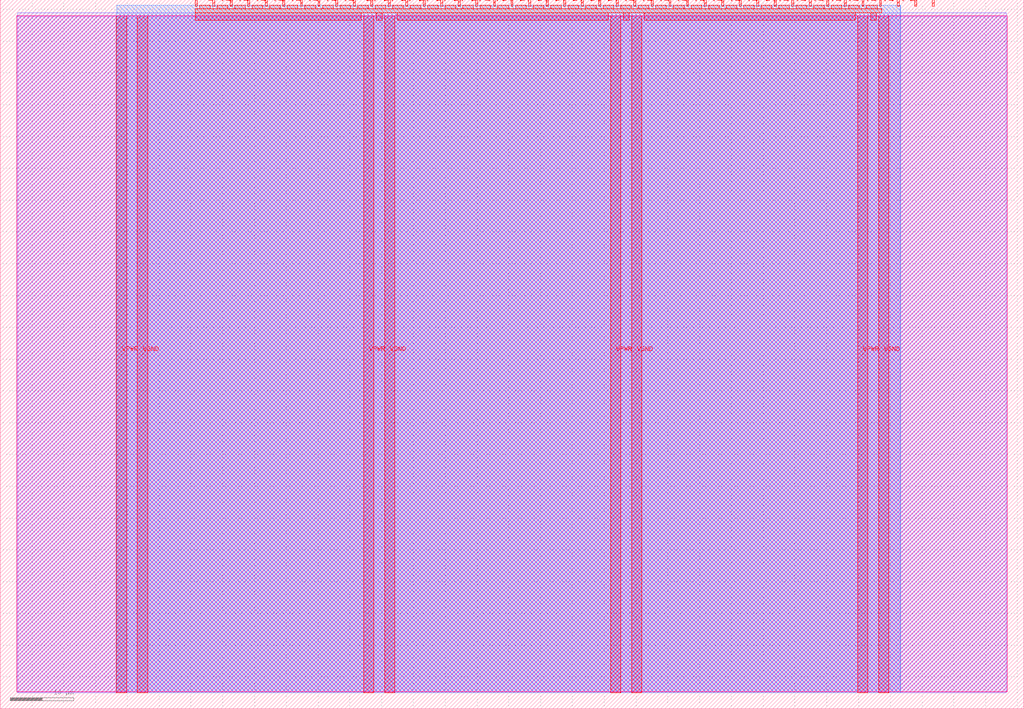
<source format=lef>
VERSION 5.7 ;
  NOWIREEXTENSIONATPIN ON ;
  DIVIDERCHAR "/" ;
  BUSBITCHARS "[]" ;
MACRO tt_um_wokwi_445163720250008577
  CLASS BLOCK ;
  FOREIGN tt_um_wokwi_445163720250008577 ;
  ORIGIN 0.000 0.000 ;
  SIZE 161.000 BY 111.520 ;
  PIN VGND
    DIRECTION INOUT ;
    USE GROUND ;
    PORT
      LAYER met4 ;
        RECT 21.580 2.480 23.180 109.040 ;
    END
    PORT
      LAYER met4 ;
        RECT 60.450 2.480 62.050 109.040 ;
    END
    PORT
      LAYER met4 ;
        RECT 99.320 2.480 100.920 109.040 ;
    END
    PORT
      LAYER met4 ;
        RECT 138.190 2.480 139.790 109.040 ;
    END
  END VGND
  PIN VPWR
    DIRECTION INOUT ;
    USE POWER ;
    PORT
      LAYER met4 ;
        RECT 18.280 2.480 19.880 109.040 ;
    END
    PORT
      LAYER met4 ;
        RECT 57.150 2.480 58.750 109.040 ;
    END
    PORT
      LAYER met4 ;
        RECT 96.020 2.480 97.620 109.040 ;
    END
    PORT
      LAYER met4 ;
        RECT 134.890 2.480 136.490 109.040 ;
    END
  END VPWR
  PIN clk
    DIRECTION INPUT ;
    USE SIGNAL ;
    PORT
      LAYER met4 ;
        RECT 143.830 110.520 144.130 111.520 ;
    END
  END clk
  PIN ena
    DIRECTION INPUT ;
    USE SIGNAL ;
    PORT
      LAYER met4 ;
        RECT 146.590 110.520 146.890 111.520 ;
    END
  END ena
  PIN rst_n
    DIRECTION INPUT ;
    USE SIGNAL ;
    PORT
      LAYER met4 ;
        RECT 141.070 110.520 141.370 111.520 ;
    END
  END rst_n
  PIN ui_in[0]
    DIRECTION INPUT ;
    USE SIGNAL ;
    ANTENNAGATEAREA 0.196500 ;
    PORT
      LAYER met4 ;
        RECT 138.310 110.520 138.610 111.520 ;
    END
  END ui_in[0]
  PIN ui_in[1]
    DIRECTION INPUT ;
    USE SIGNAL ;
    ANTENNAGATEAREA 0.196500 ;
    PORT
      LAYER met4 ;
        RECT 135.550 110.520 135.850 111.520 ;
    END
  END ui_in[1]
  PIN ui_in[2]
    DIRECTION INPUT ;
    USE SIGNAL ;
    ANTENNAGATEAREA 0.196500 ;
    PORT
      LAYER met4 ;
        RECT 132.790 110.520 133.090 111.520 ;
    END
  END ui_in[2]
  PIN ui_in[3]
    DIRECTION INPUT ;
    USE SIGNAL ;
    ANTENNAGATEAREA 0.196500 ;
    PORT
      LAYER met4 ;
        RECT 130.030 110.520 130.330 111.520 ;
    END
  END ui_in[3]
  PIN ui_in[4]
    DIRECTION INPUT ;
    USE SIGNAL ;
    ANTENNAGATEAREA 0.196500 ;
    PORT
      LAYER met4 ;
        RECT 127.270 110.520 127.570 111.520 ;
    END
  END ui_in[4]
  PIN ui_in[5]
    DIRECTION INPUT ;
    USE SIGNAL ;
    ANTENNAGATEAREA 0.196500 ;
    PORT
      LAYER met4 ;
        RECT 124.510 110.520 124.810 111.520 ;
    END
  END ui_in[5]
  PIN ui_in[6]
    DIRECTION INPUT ;
    USE SIGNAL ;
    ANTENNAGATEAREA 0.196500 ;
    PORT
      LAYER met4 ;
        RECT 121.750 110.520 122.050 111.520 ;
    END
  END ui_in[6]
  PIN ui_in[7]
    DIRECTION INPUT ;
    USE SIGNAL ;
    ANTENNAGATEAREA 0.196500 ;
    PORT
      LAYER met4 ;
        RECT 118.990 110.520 119.290 111.520 ;
    END
  END ui_in[7]
  PIN uio_in[0]
    DIRECTION INPUT ;
    USE SIGNAL ;
    PORT
      LAYER met4 ;
        RECT 116.230 110.520 116.530 111.520 ;
    END
  END uio_in[0]
  PIN uio_in[1]
    DIRECTION INPUT ;
    USE SIGNAL ;
    PORT
      LAYER met4 ;
        RECT 113.470 110.520 113.770 111.520 ;
    END
  END uio_in[1]
  PIN uio_in[2]
    DIRECTION INPUT ;
    USE SIGNAL ;
    PORT
      LAYER met4 ;
        RECT 110.710 110.520 111.010 111.520 ;
    END
  END uio_in[2]
  PIN uio_in[3]
    DIRECTION INPUT ;
    USE SIGNAL ;
    PORT
      LAYER met4 ;
        RECT 107.950 110.520 108.250 111.520 ;
    END
  END uio_in[3]
  PIN uio_in[4]
    DIRECTION INPUT ;
    USE SIGNAL ;
    PORT
      LAYER met4 ;
        RECT 105.190 110.520 105.490 111.520 ;
    END
  END uio_in[4]
  PIN uio_in[5]
    DIRECTION INPUT ;
    USE SIGNAL ;
    PORT
      LAYER met4 ;
        RECT 102.430 110.520 102.730 111.520 ;
    END
  END uio_in[5]
  PIN uio_in[6]
    DIRECTION INPUT ;
    USE SIGNAL ;
    PORT
      LAYER met4 ;
        RECT 99.670 110.520 99.970 111.520 ;
    END
  END uio_in[6]
  PIN uio_in[7]
    DIRECTION INPUT ;
    USE SIGNAL ;
    PORT
      LAYER met4 ;
        RECT 96.910 110.520 97.210 111.520 ;
    END
  END uio_in[7]
  PIN uio_oe[0]
    DIRECTION OUTPUT ;
    USE SIGNAL ;
    PORT
      LAYER met4 ;
        RECT 49.990 110.520 50.290 111.520 ;
    END
  END uio_oe[0]
  PIN uio_oe[1]
    DIRECTION OUTPUT ;
    USE SIGNAL ;
    PORT
      LAYER met4 ;
        RECT 47.230 110.520 47.530 111.520 ;
    END
  END uio_oe[1]
  PIN uio_oe[2]
    DIRECTION OUTPUT ;
    USE SIGNAL ;
    PORT
      LAYER met4 ;
        RECT 44.470 110.520 44.770 111.520 ;
    END
  END uio_oe[2]
  PIN uio_oe[3]
    DIRECTION OUTPUT ;
    USE SIGNAL ;
    PORT
      LAYER met4 ;
        RECT 41.710 110.520 42.010 111.520 ;
    END
  END uio_oe[3]
  PIN uio_oe[4]
    DIRECTION OUTPUT ;
    USE SIGNAL ;
    PORT
      LAYER met4 ;
        RECT 38.950 110.520 39.250 111.520 ;
    END
  END uio_oe[4]
  PIN uio_oe[5]
    DIRECTION OUTPUT ;
    USE SIGNAL ;
    PORT
      LAYER met4 ;
        RECT 36.190 110.520 36.490 111.520 ;
    END
  END uio_oe[5]
  PIN uio_oe[6]
    DIRECTION OUTPUT ;
    USE SIGNAL ;
    PORT
      LAYER met4 ;
        RECT 33.430 110.520 33.730 111.520 ;
    END
  END uio_oe[6]
  PIN uio_oe[7]
    DIRECTION OUTPUT ;
    USE SIGNAL ;
    PORT
      LAYER met4 ;
        RECT 30.670 110.520 30.970 111.520 ;
    END
  END uio_oe[7]
  PIN uio_out[0]
    DIRECTION OUTPUT ;
    USE SIGNAL ;
    PORT
      LAYER met4 ;
        RECT 72.070 110.520 72.370 111.520 ;
    END
  END uio_out[0]
  PIN uio_out[1]
    DIRECTION OUTPUT ;
    USE SIGNAL ;
    PORT
      LAYER met4 ;
        RECT 69.310 110.520 69.610 111.520 ;
    END
  END uio_out[1]
  PIN uio_out[2]
    DIRECTION OUTPUT ;
    USE SIGNAL ;
    PORT
      LAYER met4 ;
        RECT 66.550 110.520 66.850 111.520 ;
    END
  END uio_out[2]
  PIN uio_out[3]
    DIRECTION OUTPUT ;
    USE SIGNAL ;
    PORT
      LAYER met4 ;
        RECT 63.790 110.520 64.090 111.520 ;
    END
  END uio_out[3]
  PIN uio_out[4]
    DIRECTION OUTPUT ;
    USE SIGNAL ;
    PORT
      LAYER met4 ;
        RECT 61.030 110.520 61.330 111.520 ;
    END
  END uio_out[4]
  PIN uio_out[5]
    DIRECTION OUTPUT ;
    USE SIGNAL ;
    PORT
      LAYER met4 ;
        RECT 58.270 110.520 58.570 111.520 ;
    END
  END uio_out[5]
  PIN uio_out[6]
    DIRECTION OUTPUT ;
    USE SIGNAL ;
    PORT
      LAYER met4 ;
        RECT 55.510 110.520 55.810 111.520 ;
    END
  END uio_out[6]
  PIN uio_out[7]
    DIRECTION OUTPUT ;
    USE SIGNAL ;
    PORT
      LAYER met4 ;
        RECT 52.750 110.520 53.050 111.520 ;
    END
  END uio_out[7]
  PIN uo_out[0]
    DIRECTION OUTPUT ;
    USE SIGNAL ;
    ANTENNADIFFAREA 0.445500 ;
    PORT
      LAYER met4 ;
        RECT 94.150 110.520 94.450 111.520 ;
    END
  END uo_out[0]
  PIN uo_out[1]
    DIRECTION OUTPUT ;
    USE SIGNAL ;
    ANTENNADIFFAREA 0.445500 ;
    PORT
      LAYER met4 ;
        RECT 91.390 110.520 91.690 111.520 ;
    END
  END uo_out[1]
  PIN uo_out[2]
    DIRECTION OUTPUT ;
    USE SIGNAL ;
    ANTENNADIFFAREA 0.445500 ;
    PORT
      LAYER met4 ;
        RECT 88.630 110.520 88.930 111.520 ;
    END
  END uo_out[2]
  PIN uo_out[3]
    DIRECTION OUTPUT ;
    USE SIGNAL ;
    ANTENNADIFFAREA 0.445500 ;
    PORT
      LAYER met4 ;
        RECT 85.870 110.520 86.170 111.520 ;
    END
  END uo_out[3]
  PIN uo_out[4]
    DIRECTION OUTPUT ;
    USE SIGNAL ;
    ANTENNADIFFAREA 0.445500 ;
    PORT
      LAYER met4 ;
        RECT 83.110 110.520 83.410 111.520 ;
    END
  END uo_out[4]
  PIN uo_out[5]
    DIRECTION OUTPUT ;
    USE SIGNAL ;
    PORT
      LAYER met4 ;
        RECT 80.350 110.520 80.650 111.520 ;
    END
  END uo_out[5]
  PIN uo_out[6]
    DIRECTION OUTPUT ;
    USE SIGNAL ;
    PORT
      LAYER met4 ;
        RECT 77.590 110.520 77.890 111.520 ;
    END
  END uo_out[6]
  PIN uo_out[7]
    DIRECTION OUTPUT ;
    USE SIGNAL ;
    PORT
      LAYER met4 ;
        RECT 74.830 110.520 75.130 111.520 ;
    END
  END uo_out[7]
  OBS
      LAYER nwell ;
        RECT 2.570 2.635 158.430 108.990 ;
      LAYER li1 ;
        RECT 2.760 2.635 158.240 108.885 ;
      LAYER met1 ;
        RECT 2.760 2.480 158.240 109.440 ;
      LAYER met2 ;
        RECT 18.310 2.535 141.590 110.685 ;
      LAYER met3 ;
        RECT 18.290 2.555 141.615 110.665 ;
      LAYER met4 ;
        RECT 31.370 110.120 33.030 110.665 ;
        RECT 34.130 110.120 35.790 110.665 ;
        RECT 36.890 110.120 38.550 110.665 ;
        RECT 39.650 110.120 41.310 110.665 ;
        RECT 42.410 110.120 44.070 110.665 ;
        RECT 45.170 110.120 46.830 110.665 ;
        RECT 47.930 110.120 49.590 110.665 ;
        RECT 50.690 110.120 52.350 110.665 ;
        RECT 53.450 110.120 55.110 110.665 ;
        RECT 56.210 110.120 57.870 110.665 ;
        RECT 58.970 110.120 60.630 110.665 ;
        RECT 61.730 110.120 63.390 110.665 ;
        RECT 64.490 110.120 66.150 110.665 ;
        RECT 67.250 110.120 68.910 110.665 ;
        RECT 70.010 110.120 71.670 110.665 ;
        RECT 72.770 110.120 74.430 110.665 ;
        RECT 75.530 110.120 77.190 110.665 ;
        RECT 78.290 110.120 79.950 110.665 ;
        RECT 81.050 110.120 82.710 110.665 ;
        RECT 83.810 110.120 85.470 110.665 ;
        RECT 86.570 110.120 88.230 110.665 ;
        RECT 89.330 110.120 90.990 110.665 ;
        RECT 92.090 110.120 93.750 110.665 ;
        RECT 94.850 110.120 96.510 110.665 ;
        RECT 97.610 110.120 99.270 110.665 ;
        RECT 100.370 110.120 102.030 110.665 ;
        RECT 103.130 110.120 104.790 110.665 ;
        RECT 105.890 110.120 107.550 110.665 ;
        RECT 108.650 110.120 110.310 110.665 ;
        RECT 111.410 110.120 113.070 110.665 ;
        RECT 114.170 110.120 115.830 110.665 ;
        RECT 116.930 110.120 118.590 110.665 ;
        RECT 119.690 110.120 121.350 110.665 ;
        RECT 122.450 110.120 124.110 110.665 ;
        RECT 125.210 110.120 126.870 110.665 ;
        RECT 127.970 110.120 129.630 110.665 ;
        RECT 130.730 110.120 132.390 110.665 ;
        RECT 133.490 110.120 135.150 110.665 ;
        RECT 136.250 110.120 137.910 110.665 ;
        RECT 30.655 109.440 138.625 110.120 ;
        RECT 30.655 108.295 56.750 109.440 ;
        RECT 59.150 108.295 60.050 109.440 ;
        RECT 62.450 108.295 95.620 109.440 ;
        RECT 98.020 108.295 98.920 109.440 ;
        RECT 101.320 108.295 134.490 109.440 ;
        RECT 136.890 108.295 137.790 109.440 ;
  END
END tt_um_wokwi_445163720250008577
END LIBRARY


</source>
